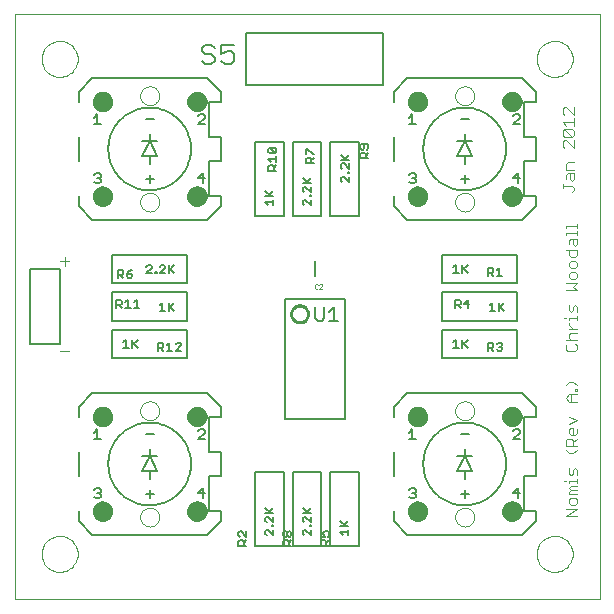
<source format=gto>
G75*
G70*
%OFA0B0*%
%FSLAX24Y24*%
%IPPOS*%
%LPD*%
%AMOC8*
5,1,8,0,0,1.08239X$1,22.5*
%
%ADD10C,0.0000*%
%ADD11C,0.0030*%
%ADD12C,0.0040*%
%ADD13C,0.0080*%
%ADD14C,0.0100*%
%ADD15C,0.0050*%
%ADD16C,0.0010*%
%ADD17C,0.0354*%
%ADD18C,0.0060*%
%ADD19C,0.0070*%
D10*
X000000Y000000D02*
X000000Y019496D01*
X019500Y019496D01*
X019510Y000000D01*
X000000Y000000D01*
X000003Y-000007D02*
X000000Y-000013D01*
X000005Y-000012D02*
X000005Y-000013D01*
X000007Y-000013D01*
X000008Y-000012D01*
X000008Y-000007D01*
X000010Y-000009D02*
X000013Y-000009D01*
X000014Y-000010D02*
X000015Y-000009D01*
X000016Y-000009D01*
X000017Y-000010D01*
X000017Y-000011D01*
X000014Y-000011D01*
X000014Y-000012D02*
X000014Y-000010D01*
X000014Y-000012D02*
X000015Y-000013D01*
X000016Y-000013D01*
X000018Y-000013D02*
X000018Y-000009D01*
X000018Y-000011D02*
X000020Y-000009D01*
X000021Y-000009D01*
X000022Y-000010D02*
X000023Y-000009D01*
X000026Y-000009D01*
X000025Y-000011D02*
X000023Y-000011D01*
X000022Y-000010D01*
X000022Y-000013D02*
X000025Y-000013D01*
X000026Y-000012D01*
X000025Y-000011D01*
X000027Y-000013D02*
X000030Y-000007D01*
X000032Y-000009D02*
X000031Y-000010D01*
X000031Y-000012D01*
X000032Y-000013D01*
X000035Y-000013D01*
X000036Y-000012D02*
X000037Y-000013D01*
X000038Y-000012D01*
X000039Y-000013D01*
X000039Y-000012D01*
X000039Y-000009D01*
X000041Y-000010D02*
X000041Y-000012D01*
X000041Y-000013D01*
X000043Y-000013D01*
X000044Y-000012D01*
X000044Y-000010D01*
X000043Y-000009D01*
X000041Y-000009D01*
X000041Y-000010D01*
X000045Y-000010D02*
X000045Y-000012D01*
X000046Y-000013D01*
X000048Y-000013D01*
X000049Y-000012D01*
X000049Y-000010D01*
X000048Y-000009D01*
X000046Y-000009D01*
X000045Y-000010D01*
X000050Y-000010D02*
X000051Y-000009D01*
X000053Y-000009D01*
X000053Y-000007D02*
X000053Y-000013D01*
X000051Y-000013D01*
X000050Y-000012D01*
X000050Y-000010D01*
X000054Y-000012D02*
X000055Y-000011D01*
X000058Y-000011D01*
X000058Y-000010D02*
X000058Y-000013D01*
X000055Y-000013D01*
X000054Y-000012D01*
X000055Y-000009D02*
X000057Y-000009D01*
X000058Y-000010D01*
X000059Y-000013D02*
X000061Y-000013D01*
X000060Y-000013D02*
X000060Y-000007D01*
X000059Y-000007D01*
X000062Y-000007D02*
X000063Y-000007D01*
X000063Y-000013D01*
X000062Y-000013D02*
X000064Y-000013D01*
X000065Y-000013D02*
X000069Y-000007D01*
X000070Y-000007D02*
X000072Y-000007D01*
X000073Y-000008D01*
X000073Y-000012D01*
X000072Y-000013D01*
X000070Y-000013D01*
X000070Y-000007D01*
X000074Y-000010D02*
X000074Y-000012D01*
X000075Y-000013D01*
X000077Y-000013D01*
X000078Y-000012D01*
X000078Y-000010D01*
X000077Y-000009D01*
X000075Y-000009D01*
X000074Y-000010D01*
X000079Y-000009D02*
X000079Y-000012D01*
X000080Y-000013D01*
X000081Y-000012D01*
X000082Y-000013D01*
X000082Y-000012D01*
X000082Y-000009D01*
X000084Y-000009D02*
X000086Y-000009D01*
X000087Y-000010D01*
X000087Y-000013D01*
X000088Y-000013D02*
X000090Y-000013D01*
X000089Y-000013D02*
X000089Y-000007D01*
X000088Y-000007D01*
X000091Y-000010D02*
X000091Y-000012D01*
X000092Y-000013D01*
X000094Y-000013D01*
X000095Y-000012D01*
X000095Y-000010D01*
X000094Y-000009D01*
X000092Y-000009D01*
X000091Y-000010D01*
X000096Y-000012D02*
X000097Y-000011D01*
X000099Y-000011D01*
X000099Y-000010D02*
X000099Y-000013D01*
X000097Y-000013D01*
X000096Y-000012D01*
X000097Y-000009D02*
X000098Y-000009D01*
X000099Y-000010D01*
X000101Y-000010D02*
X000101Y-000009D01*
X000104Y-000009D01*
X000105Y-000010D02*
X000106Y-000009D01*
X000108Y-000009D01*
X000108Y-000011D02*
X000106Y-000011D01*
X000105Y-000010D01*
X000105Y-000013D02*
X000108Y-000013D01*
X000108Y-000012D01*
X000108Y-000011D01*
X000110Y-000013D02*
X000113Y-000007D01*
X000114Y-000007D02*
X000114Y-000012D01*
X000115Y-000013D01*
X000117Y-000013D01*
X000118Y-000012D01*
X000118Y-000007D01*
X000119Y-000009D02*
X000121Y-000009D01*
X000122Y-000010D01*
X000122Y-000013D01*
X000124Y-000012D02*
X000125Y-000013D01*
X000124Y-000012D02*
X000124Y-000008D01*
X000124Y-000009D02*
X000125Y-000009D01*
X000127Y-000009D02*
X000127Y-000009D01*
X000127Y-000013D01*
X000128Y-000013D01*
X000131Y-000012D02*
X000131Y-000013D01*
X000131Y-000012D02*
X000131Y-000008D01*
X000130Y-000009D02*
X000131Y-000009D01*
X000133Y-000007D02*
X000134Y-000007D01*
X000134Y-000013D01*
X000133Y-000013D01*
X000136Y-000012D02*
X000136Y-000010D01*
X000137Y-000009D01*
X000138Y-000009D01*
X000139Y-000010D01*
X000139Y-000011D01*
X000136Y-000011D01*
X000136Y-000012D02*
X000137Y-000013D01*
X000138Y-000013D01*
X000140Y-000012D02*
X000140Y-000010D01*
X000141Y-000009D01*
X000144Y-000009D01*
X000145Y-000010D02*
X000148Y-000010D01*
X000150Y-000009D02*
X000151Y-000007D01*
X000151Y-000013D01*
X000150Y-000013D02*
X000153Y-000013D01*
X000154Y-000013D02*
X000155Y-000013D01*
X000155Y-000012D01*
X000154Y-000012D01*
X000154Y-000013D01*
X000157Y-000013D02*
X000159Y-000013D01*
X000160Y-000012D01*
X000160Y-000010D01*
X000159Y-000009D01*
X000157Y-000009D01*
X000157Y-000007D02*
X000157Y-000013D01*
X000161Y-000013D02*
X000161Y-000009D01*
X000162Y-000009D01*
X000163Y-000010D01*
X000164Y-000009D01*
X000164Y-000010D01*
X000164Y-000013D01*
X000163Y-000013D02*
X000163Y-000010D01*
X000166Y-000009D02*
X000168Y-000009D01*
X000169Y-000010D01*
X000169Y-000012D01*
X000168Y-000013D01*
X000166Y-000013D01*
X000166Y-000014D02*
X000166Y-000009D01*
X000144Y-000007D02*
X000144Y-000013D01*
X000141Y-000013D01*
X000140Y-000012D01*
X000127Y-000007D02*
X000127Y-000007D01*
X000119Y-000009D02*
X000119Y-000013D01*
X000104Y-000013D02*
X000101Y-000013D01*
X000101Y-000012D01*
X000101Y-000010D01*
X000104Y-000007D02*
X000104Y-000013D01*
X000084Y-000013D02*
X000084Y-000009D01*
X000036Y-000009D02*
X000036Y-000012D01*
X000035Y-000009D02*
X000032Y-000009D01*
X000013Y-000012D02*
X000012Y-000011D01*
X000010Y-000011D01*
X000009Y-000010D01*
X000010Y-000009D01*
X000009Y-000013D02*
X000012Y-000013D01*
X000013Y-000012D01*
X000005Y-000012D02*
X000005Y-000007D01*
X000900Y001500D02*
X000902Y001549D01*
X000908Y001597D01*
X000918Y001645D01*
X000932Y001692D01*
X000949Y001738D01*
X000970Y001782D01*
X000995Y001824D01*
X001023Y001864D01*
X001055Y001902D01*
X001089Y001937D01*
X001126Y001969D01*
X001165Y001998D01*
X001207Y002024D01*
X001251Y002046D01*
X001296Y002064D01*
X001343Y002079D01*
X001390Y002090D01*
X001439Y002097D01*
X001488Y002100D01*
X001537Y002099D01*
X001585Y002094D01*
X001634Y002085D01*
X001681Y002072D01*
X001727Y002055D01*
X001771Y002035D01*
X001814Y002011D01*
X001855Y001984D01*
X001893Y001953D01*
X001929Y001920D01*
X001961Y001884D01*
X001991Y001845D01*
X002018Y001804D01*
X002041Y001760D01*
X002060Y001715D01*
X002076Y001669D01*
X002088Y001622D01*
X002096Y001573D01*
X002100Y001524D01*
X002100Y001476D01*
X002096Y001427D01*
X002088Y001378D01*
X002076Y001331D01*
X002060Y001285D01*
X002041Y001240D01*
X002018Y001196D01*
X001991Y001155D01*
X001961Y001116D01*
X001929Y001080D01*
X001893Y001047D01*
X001855Y001016D01*
X001814Y000989D01*
X001771Y000965D01*
X001727Y000945D01*
X001681Y000928D01*
X001634Y000915D01*
X001585Y000906D01*
X001537Y000901D01*
X001488Y000900D01*
X001439Y000903D01*
X001390Y000910D01*
X001343Y000921D01*
X001296Y000936D01*
X001251Y000954D01*
X001207Y000976D01*
X001165Y001002D01*
X001126Y001031D01*
X001089Y001063D01*
X001055Y001098D01*
X001023Y001136D01*
X000995Y001176D01*
X000970Y001218D01*
X000949Y001262D01*
X000932Y001308D01*
X000918Y001355D01*
X000908Y001403D01*
X000902Y001451D01*
X000900Y001500D01*
X004185Y002728D02*
X004187Y002763D01*
X004193Y002798D01*
X004203Y002832D01*
X004216Y002865D01*
X004233Y002896D01*
X004254Y002924D01*
X004277Y002951D01*
X004304Y002974D01*
X004332Y002995D01*
X004363Y003012D01*
X004396Y003025D01*
X004430Y003035D01*
X004465Y003041D01*
X004500Y003043D01*
X004535Y003041D01*
X004570Y003035D01*
X004604Y003025D01*
X004637Y003012D01*
X004668Y002995D01*
X004696Y002974D01*
X004723Y002951D01*
X004746Y002924D01*
X004767Y002896D01*
X004784Y002865D01*
X004797Y002832D01*
X004807Y002798D01*
X004813Y002763D01*
X004815Y002728D01*
X004813Y002693D01*
X004807Y002658D01*
X004797Y002624D01*
X004784Y002591D01*
X004767Y002560D01*
X004746Y002532D01*
X004723Y002505D01*
X004696Y002482D01*
X004668Y002461D01*
X004637Y002444D01*
X004604Y002431D01*
X004570Y002421D01*
X004535Y002415D01*
X004500Y002413D01*
X004465Y002415D01*
X004430Y002421D01*
X004396Y002431D01*
X004363Y002444D01*
X004332Y002461D01*
X004304Y002482D01*
X004277Y002505D01*
X004254Y002532D01*
X004233Y002560D01*
X004216Y002591D01*
X004203Y002624D01*
X004193Y002658D01*
X004187Y002693D01*
X004185Y002728D01*
X004185Y006272D02*
X004187Y006307D01*
X004193Y006342D01*
X004203Y006376D01*
X004216Y006409D01*
X004233Y006440D01*
X004254Y006468D01*
X004277Y006495D01*
X004304Y006518D01*
X004332Y006539D01*
X004363Y006556D01*
X004396Y006569D01*
X004430Y006579D01*
X004465Y006585D01*
X004500Y006587D01*
X004535Y006585D01*
X004570Y006579D01*
X004604Y006569D01*
X004637Y006556D01*
X004668Y006539D01*
X004696Y006518D01*
X004723Y006495D01*
X004746Y006468D01*
X004767Y006440D01*
X004784Y006409D01*
X004797Y006376D01*
X004807Y006342D01*
X004813Y006307D01*
X004815Y006272D01*
X004813Y006237D01*
X004807Y006202D01*
X004797Y006168D01*
X004784Y006135D01*
X004767Y006104D01*
X004746Y006076D01*
X004723Y006049D01*
X004696Y006026D01*
X004668Y006005D01*
X004637Y005988D01*
X004604Y005975D01*
X004570Y005965D01*
X004535Y005959D01*
X004500Y005957D01*
X004465Y005959D01*
X004430Y005965D01*
X004396Y005975D01*
X004363Y005988D01*
X004332Y006005D01*
X004304Y006026D01*
X004277Y006049D01*
X004254Y006076D01*
X004233Y006104D01*
X004216Y006135D01*
X004203Y006168D01*
X004193Y006202D01*
X004187Y006237D01*
X004185Y006272D01*
X004185Y013228D02*
X004187Y013263D01*
X004193Y013298D01*
X004203Y013332D01*
X004216Y013365D01*
X004233Y013396D01*
X004254Y013424D01*
X004277Y013451D01*
X004304Y013474D01*
X004332Y013495D01*
X004363Y013512D01*
X004396Y013525D01*
X004430Y013535D01*
X004465Y013541D01*
X004500Y013543D01*
X004535Y013541D01*
X004570Y013535D01*
X004604Y013525D01*
X004637Y013512D01*
X004668Y013495D01*
X004696Y013474D01*
X004723Y013451D01*
X004746Y013424D01*
X004767Y013396D01*
X004784Y013365D01*
X004797Y013332D01*
X004807Y013298D01*
X004813Y013263D01*
X004815Y013228D01*
X004813Y013193D01*
X004807Y013158D01*
X004797Y013124D01*
X004784Y013091D01*
X004767Y013060D01*
X004746Y013032D01*
X004723Y013005D01*
X004696Y012982D01*
X004668Y012961D01*
X004637Y012944D01*
X004604Y012931D01*
X004570Y012921D01*
X004535Y012915D01*
X004500Y012913D01*
X004465Y012915D01*
X004430Y012921D01*
X004396Y012931D01*
X004363Y012944D01*
X004332Y012961D01*
X004304Y012982D01*
X004277Y013005D01*
X004254Y013032D01*
X004233Y013060D01*
X004216Y013091D01*
X004203Y013124D01*
X004193Y013158D01*
X004187Y013193D01*
X004185Y013228D01*
X004185Y016772D02*
X004187Y016807D01*
X004193Y016842D01*
X004203Y016876D01*
X004216Y016909D01*
X004233Y016940D01*
X004254Y016968D01*
X004277Y016995D01*
X004304Y017018D01*
X004332Y017039D01*
X004363Y017056D01*
X004396Y017069D01*
X004430Y017079D01*
X004465Y017085D01*
X004500Y017087D01*
X004535Y017085D01*
X004570Y017079D01*
X004604Y017069D01*
X004637Y017056D01*
X004668Y017039D01*
X004696Y017018D01*
X004723Y016995D01*
X004746Y016968D01*
X004767Y016940D01*
X004784Y016909D01*
X004797Y016876D01*
X004807Y016842D01*
X004813Y016807D01*
X004815Y016772D01*
X004813Y016737D01*
X004807Y016702D01*
X004797Y016668D01*
X004784Y016635D01*
X004767Y016604D01*
X004746Y016576D01*
X004723Y016549D01*
X004696Y016526D01*
X004668Y016505D01*
X004637Y016488D01*
X004604Y016475D01*
X004570Y016465D01*
X004535Y016459D01*
X004500Y016457D01*
X004465Y016459D01*
X004430Y016465D01*
X004396Y016475D01*
X004363Y016488D01*
X004332Y016505D01*
X004304Y016526D01*
X004277Y016549D01*
X004254Y016576D01*
X004233Y016604D01*
X004216Y016635D01*
X004203Y016668D01*
X004193Y016702D01*
X004187Y016737D01*
X004185Y016772D01*
X000900Y018000D02*
X000902Y018049D01*
X000908Y018097D01*
X000918Y018145D01*
X000932Y018192D01*
X000949Y018238D01*
X000970Y018282D01*
X000995Y018324D01*
X001023Y018364D01*
X001055Y018402D01*
X001089Y018437D01*
X001126Y018469D01*
X001165Y018498D01*
X001207Y018524D01*
X001251Y018546D01*
X001296Y018564D01*
X001343Y018579D01*
X001390Y018590D01*
X001439Y018597D01*
X001488Y018600D01*
X001537Y018599D01*
X001585Y018594D01*
X001634Y018585D01*
X001681Y018572D01*
X001727Y018555D01*
X001771Y018535D01*
X001814Y018511D01*
X001855Y018484D01*
X001893Y018453D01*
X001929Y018420D01*
X001961Y018384D01*
X001991Y018345D01*
X002018Y018304D01*
X002041Y018260D01*
X002060Y018215D01*
X002076Y018169D01*
X002088Y018122D01*
X002096Y018073D01*
X002100Y018024D01*
X002100Y017976D01*
X002096Y017927D01*
X002088Y017878D01*
X002076Y017831D01*
X002060Y017785D01*
X002041Y017740D01*
X002018Y017696D01*
X001991Y017655D01*
X001961Y017616D01*
X001929Y017580D01*
X001893Y017547D01*
X001855Y017516D01*
X001814Y017489D01*
X001771Y017465D01*
X001727Y017445D01*
X001681Y017428D01*
X001634Y017415D01*
X001585Y017406D01*
X001537Y017401D01*
X001488Y017400D01*
X001439Y017403D01*
X001390Y017410D01*
X001343Y017421D01*
X001296Y017436D01*
X001251Y017454D01*
X001207Y017476D01*
X001165Y017502D01*
X001126Y017531D01*
X001089Y017563D01*
X001055Y017598D01*
X001023Y017636D01*
X000995Y017676D01*
X000970Y017718D01*
X000949Y017762D01*
X000932Y017808D01*
X000918Y017855D01*
X000908Y017903D01*
X000902Y017951D01*
X000900Y018000D01*
X014685Y016772D02*
X014687Y016807D01*
X014693Y016842D01*
X014703Y016876D01*
X014716Y016909D01*
X014733Y016940D01*
X014754Y016968D01*
X014777Y016995D01*
X014804Y017018D01*
X014832Y017039D01*
X014863Y017056D01*
X014896Y017069D01*
X014930Y017079D01*
X014965Y017085D01*
X015000Y017087D01*
X015035Y017085D01*
X015070Y017079D01*
X015104Y017069D01*
X015137Y017056D01*
X015168Y017039D01*
X015196Y017018D01*
X015223Y016995D01*
X015246Y016968D01*
X015267Y016940D01*
X015284Y016909D01*
X015297Y016876D01*
X015307Y016842D01*
X015313Y016807D01*
X015315Y016772D01*
X015313Y016737D01*
X015307Y016702D01*
X015297Y016668D01*
X015284Y016635D01*
X015267Y016604D01*
X015246Y016576D01*
X015223Y016549D01*
X015196Y016526D01*
X015168Y016505D01*
X015137Y016488D01*
X015104Y016475D01*
X015070Y016465D01*
X015035Y016459D01*
X015000Y016457D01*
X014965Y016459D01*
X014930Y016465D01*
X014896Y016475D01*
X014863Y016488D01*
X014832Y016505D01*
X014804Y016526D01*
X014777Y016549D01*
X014754Y016576D01*
X014733Y016604D01*
X014716Y016635D01*
X014703Y016668D01*
X014693Y016702D01*
X014687Y016737D01*
X014685Y016772D01*
X017400Y018000D02*
X017402Y018049D01*
X017408Y018097D01*
X017418Y018145D01*
X017432Y018192D01*
X017449Y018238D01*
X017470Y018282D01*
X017495Y018324D01*
X017523Y018364D01*
X017555Y018402D01*
X017589Y018437D01*
X017626Y018469D01*
X017665Y018498D01*
X017707Y018524D01*
X017751Y018546D01*
X017796Y018564D01*
X017843Y018579D01*
X017890Y018590D01*
X017939Y018597D01*
X017988Y018600D01*
X018037Y018599D01*
X018085Y018594D01*
X018134Y018585D01*
X018181Y018572D01*
X018227Y018555D01*
X018271Y018535D01*
X018314Y018511D01*
X018355Y018484D01*
X018393Y018453D01*
X018429Y018420D01*
X018461Y018384D01*
X018491Y018345D01*
X018518Y018304D01*
X018541Y018260D01*
X018560Y018215D01*
X018576Y018169D01*
X018588Y018122D01*
X018596Y018073D01*
X018600Y018024D01*
X018600Y017976D01*
X018596Y017927D01*
X018588Y017878D01*
X018576Y017831D01*
X018560Y017785D01*
X018541Y017740D01*
X018518Y017696D01*
X018491Y017655D01*
X018461Y017616D01*
X018429Y017580D01*
X018393Y017547D01*
X018355Y017516D01*
X018314Y017489D01*
X018271Y017465D01*
X018227Y017445D01*
X018181Y017428D01*
X018134Y017415D01*
X018085Y017406D01*
X018037Y017401D01*
X017988Y017400D01*
X017939Y017403D01*
X017890Y017410D01*
X017843Y017421D01*
X017796Y017436D01*
X017751Y017454D01*
X017707Y017476D01*
X017665Y017502D01*
X017626Y017531D01*
X017589Y017563D01*
X017555Y017598D01*
X017523Y017636D01*
X017495Y017676D01*
X017470Y017718D01*
X017449Y017762D01*
X017432Y017808D01*
X017418Y017855D01*
X017408Y017903D01*
X017402Y017951D01*
X017400Y018000D01*
X014685Y013228D02*
X014687Y013263D01*
X014693Y013298D01*
X014703Y013332D01*
X014716Y013365D01*
X014733Y013396D01*
X014754Y013424D01*
X014777Y013451D01*
X014804Y013474D01*
X014832Y013495D01*
X014863Y013512D01*
X014896Y013525D01*
X014930Y013535D01*
X014965Y013541D01*
X015000Y013543D01*
X015035Y013541D01*
X015070Y013535D01*
X015104Y013525D01*
X015137Y013512D01*
X015168Y013495D01*
X015196Y013474D01*
X015223Y013451D01*
X015246Y013424D01*
X015267Y013396D01*
X015284Y013365D01*
X015297Y013332D01*
X015307Y013298D01*
X015313Y013263D01*
X015315Y013228D01*
X015313Y013193D01*
X015307Y013158D01*
X015297Y013124D01*
X015284Y013091D01*
X015267Y013060D01*
X015246Y013032D01*
X015223Y013005D01*
X015196Y012982D01*
X015168Y012961D01*
X015137Y012944D01*
X015104Y012931D01*
X015070Y012921D01*
X015035Y012915D01*
X015000Y012913D01*
X014965Y012915D01*
X014930Y012921D01*
X014896Y012931D01*
X014863Y012944D01*
X014832Y012961D01*
X014804Y012982D01*
X014777Y013005D01*
X014754Y013032D01*
X014733Y013060D01*
X014716Y013091D01*
X014703Y013124D01*
X014693Y013158D01*
X014687Y013193D01*
X014685Y013228D01*
X014685Y006272D02*
X014687Y006307D01*
X014693Y006342D01*
X014703Y006376D01*
X014716Y006409D01*
X014733Y006440D01*
X014754Y006468D01*
X014777Y006495D01*
X014804Y006518D01*
X014832Y006539D01*
X014863Y006556D01*
X014896Y006569D01*
X014930Y006579D01*
X014965Y006585D01*
X015000Y006587D01*
X015035Y006585D01*
X015070Y006579D01*
X015104Y006569D01*
X015137Y006556D01*
X015168Y006539D01*
X015196Y006518D01*
X015223Y006495D01*
X015246Y006468D01*
X015267Y006440D01*
X015284Y006409D01*
X015297Y006376D01*
X015307Y006342D01*
X015313Y006307D01*
X015315Y006272D01*
X015313Y006237D01*
X015307Y006202D01*
X015297Y006168D01*
X015284Y006135D01*
X015267Y006104D01*
X015246Y006076D01*
X015223Y006049D01*
X015196Y006026D01*
X015168Y006005D01*
X015137Y005988D01*
X015104Y005975D01*
X015070Y005965D01*
X015035Y005959D01*
X015000Y005957D01*
X014965Y005959D01*
X014930Y005965D01*
X014896Y005975D01*
X014863Y005988D01*
X014832Y006005D01*
X014804Y006026D01*
X014777Y006049D01*
X014754Y006076D01*
X014733Y006104D01*
X014716Y006135D01*
X014703Y006168D01*
X014693Y006202D01*
X014687Y006237D01*
X014685Y006272D01*
X014685Y002728D02*
X014687Y002763D01*
X014693Y002798D01*
X014703Y002832D01*
X014716Y002865D01*
X014733Y002896D01*
X014754Y002924D01*
X014777Y002951D01*
X014804Y002974D01*
X014832Y002995D01*
X014863Y003012D01*
X014896Y003025D01*
X014930Y003035D01*
X014965Y003041D01*
X015000Y003043D01*
X015035Y003041D01*
X015070Y003035D01*
X015104Y003025D01*
X015137Y003012D01*
X015168Y002995D01*
X015196Y002974D01*
X015223Y002951D01*
X015246Y002924D01*
X015267Y002896D01*
X015284Y002865D01*
X015297Y002832D01*
X015307Y002798D01*
X015313Y002763D01*
X015315Y002728D01*
X015313Y002693D01*
X015307Y002658D01*
X015297Y002624D01*
X015284Y002591D01*
X015267Y002560D01*
X015246Y002532D01*
X015223Y002505D01*
X015196Y002482D01*
X015168Y002461D01*
X015137Y002444D01*
X015104Y002431D01*
X015070Y002421D01*
X015035Y002415D01*
X015000Y002413D01*
X014965Y002415D01*
X014930Y002421D01*
X014896Y002431D01*
X014863Y002444D01*
X014832Y002461D01*
X014804Y002482D01*
X014777Y002505D01*
X014754Y002532D01*
X014733Y002560D01*
X014716Y002591D01*
X014703Y002624D01*
X014693Y002658D01*
X014687Y002693D01*
X014685Y002728D01*
X017400Y001500D02*
X017402Y001549D01*
X017408Y001597D01*
X017418Y001645D01*
X017432Y001692D01*
X017449Y001738D01*
X017470Y001782D01*
X017495Y001824D01*
X017523Y001864D01*
X017555Y001902D01*
X017589Y001937D01*
X017626Y001969D01*
X017665Y001998D01*
X017707Y002024D01*
X017751Y002046D01*
X017796Y002064D01*
X017843Y002079D01*
X017890Y002090D01*
X017939Y002097D01*
X017988Y002100D01*
X018037Y002099D01*
X018085Y002094D01*
X018134Y002085D01*
X018181Y002072D01*
X018227Y002055D01*
X018271Y002035D01*
X018314Y002011D01*
X018355Y001984D01*
X018393Y001953D01*
X018429Y001920D01*
X018461Y001884D01*
X018491Y001845D01*
X018518Y001804D01*
X018541Y001760D01*
X018560Y001715D01*
X018576Y001669D01*
X018588Y001622D01*
X018596Y001573D01*
X018600Y001524D01*
X018600Y001476D01*
X018596Y001427D01*
X018588Y001378D01*
X018576Y001331D01*
X018560Y001285D01*
X018541Y001240D01*
X018518Y001196D01*
X018491Y001155D01*
X018461Y001116D01*
X018429Y001080D01*
X018393Y001047D01*
X018355Y001016D01*
X018314Y000989D01*
X018271Y000965D01*
X018227Y000945D01*
X018181Y000928D01*
X018134Y000915D01*
X018085Y000906D01*
X018037Y000901D01*
X017988Y000900D01*
X017939Y000903D01*
X017890Y000910D01*
X017843Y000921D01*
X017796Y000936D01*
X017751Y000954D01*
X017707Y000976D01*
X017665Y001002D01*
X017626Y001031D01*
X017589Y001063D01*
X017555Y001098D01*
X017523Y001136D01*
X017495Y001176D01*
X017470Y001218D01*
X017449Y001262D01*
X017432Y001308D01*
X017418Y001355D01*
X017408Y001403D01*
X017402Y001451D01*
X017400Y001500D01*
D11*
X018365Y002765D02*
X018735Y003012D01*
X018365Y003012D01*
X018488Y003195D02*
X018550Y003133D01*
X018673Y003133D01*
X018735Y003195D01*
X018735Y003318D01*
X018673Y003380D01*
X018550Y003380D01*
X018488Y003318D01*
X018488Y003195D01*
X018488Y003502D02*
X018488Y003563D01*
X018550Y003625D01*
X018488Y003687D01*
X018550Y003749D01*
X018735Y003749D01*
X018735Y003870D02*
X018735Y003993D01*
X018735Y003932D02*
X018488Y003932D01*
X018488Y003870D01*
X018365Y003932D02*
X018303Y003932D01*
X018488Y004177D02*
X018488Y004362D01*
X018612Y004301D02*
X018612Y004177D01*
X018550Y004115D01*
X018488Y004177D01*
X018612Y004301D02*
X018673Y004362D01*
X018735Y004301D01*
X018735Y004115D01*
X018735Y003625D02*
X018550Y003625D01*
X018488Y003502D02*
X018735Y003502D01*
X018735Y002765D02*
X018365Y002765D01*
X018488Y004852D02*
X018365Y004976D01*
X018365Y005098D02*
X018365Y005283D01*
X018426Y005345D01*
X018550Y005345D01*
X018612Y005283D01*
X018612Y005098D01*
X018735Y005098D02*
X018365Y005098D01*
X018612Y005221D02*
X018735Y005345D01*
X018673Y005466D02*
X018550Y005466D01*
X018488Y005528D01*
X018488Y005651D01*
X018550Y005713D01*
X018612Y005713D01*
X018612Y005466D01*
X018673Y005466D02*
X018735Y005528D01*
X018735Y005651D01*
X018488Y005834D02*
X018735Y005958D01*
X018488Y006081D01*
X018488Y006571D02*
X018365Y006694D01*
X018488Y006818D01*
X018735Y006818D01*
X018735Y006939D02*
X018735Y007001D01*
X018673Y007001D01*
X018673Y006939D01*
X018735Y006939D01*
X018735Y007123D02*
X018612Y007247D01*
X018488Y007247D01*
X018365Y007123D01*
X018550Y006818D02*
X018550Y006571D01*
X018488Y006571D02*
X018735Y006571D01*
X018735Y004976D02*
X018612Y004852D01*
X018488Y004852D01*
X018426Y008265D02*
X018365Y008327D01*
X018365Y008450D01*
X018426Y008512D01*
X018365Y008633D02*
X018735Y008633D01*
X018673Y008512D02*
X018735Y008450D01*
X018735Y008327D01*
X018673Y008265D01*
X018426Y008265D01*
X018550Y008633D02*
X018488Y008695D01*
X018488Y008818D01*
X018550Y008880D01*
X018735Y008880D01*
X018735Y009002D02*
X018488Y009002D01*
X018488Y009125D02*
X018612Y009002D01*
X018488Y009125D02*
X018488Y009187D01*
X018488Y009309D02*
X018488Y009370D01*
X018735Y009370D01*
X018735Y009309D02*
X018735Y009432D01*
X018735Y009554D02*
X018735Y009739D01*
X018673Y009801D01*
X018612Y009739D01*
X018612Y009616D01*
X018550Y009554D01*
X018488Y009616D01*
X018488Y009801D01*
X018365Y009370D02*
X018303Y009370D01*
X018365Y010291D02*
X018735Y010291D01*
X018612Y010414D01*
X018735Y010538D01*
X018365Y010538D01*
X018488Y010721D02*
X018550Y010659D01*
X018673Y010659D01*
X018735Y010721D01*
X018735Y010844D01*
X018673Y010906D01*
X018550Y010906D01*
X018488Y010844D01*
X018488Y010721D01*
X018550Y011027D02*
X018673Y011027D01*
X018735Y011089D01*
X018735Y011213D01*
X018673Y011274D01*
X018550Y011274D01*
X018488Y011213D01*
X018488Y011089D01*
X018550Y011027D01*
X018550Y011396D02*
X018488Y011457D01*
X018488Y011643D01*
X018365Y011643D02*
X018735Y011643D01*
X018735Y011457D01*
X018673Y011396D01*
X018550Y011396D01*
X018673Y011764D02*
X018612Y011826D01*
X018612Y012011D01*
X018550Y012011D02*
X018735Y012011D01*
X018735Y011826D01*
X018673Y011764D01*
X018488Y011826D02*
X018488Y011949D01*
X018550Y012011D01*
X018735Y012132D02*
X018735Y012256D01*
X018735Y012194D02*
X018365Y012194D01*
X018365Y012132D01*
X018365Y012378D02*
X018365Y012440D01*
X018735Y012440D01*
X018735Y012501D02*
X018735Y012378D01*
X018573Y013568D02*
X018635Y013630D01*
X018635Y013692D01*
X018573Y013754D01*
X018265Y013754D01*
X018265Y013815D02*
X018265Y013692D01*
X018388Y013999D02*
X018388Y014122D01*
X018450Y014184D01*
X018635Y014184D01*
X018635Y013999D01*
X018573Y013937D01*
X018512Y013999D01*
X018512Y014184D01*
X018635Y014305D02*
X018388Y014305D01*
X018388Y014490D01*
X018450Y014552D01*
X018635Y014552D01*
X018635Y015042D02*
X018388Y015289D01*
X018326Y015289D01*
X018265Y015227D01*
X018265Y015103D01*
X018326Y015042D01*
X018326Y015410D02*
X018265Y015472D01*
X018265Y015595D01*
X018326Y015657D01*
X018573Y015410D01*
X018635Y015472D01*
X018635Y015595D01*
X018573Y015657D01*
X018326Y015657D01*
X018388Y015778D02*
X018265Y015902D01*
X018635Y015902D01*
X018635Y016025D02*
X018635Y015778D01*
X018635Y016147D02*
X018388Y016394D01*
X018326Y016394D01*
X018265Y016332D01*
X018265Y016208D01*
X018326Y016147D01*
X018635Y016147D02*
X018635Y016394D01*
X018573Y015410D02*
X018326Y015410D01*
X018635Y015289D02*
X018635Y015042D01*
D12*
X001827Y011250D02*
X001520Y011250D01*
X001673Y011097D02*
X001673Y011404D01*
X001520Y008250D02*
X001827Y008250D01*
D13*
X003260Y008028D02*
X005740Y008028D01*
X005740Y008972D01*
X003260Y008972D01*
X003260Y008028D01*
X002591Y006862D02*
X002138Y006409D01*
X002138Y006075D01*
X002591Y006862D02*
X006409Y006862D01*
X006862Y006409D01*
X006862Y006075D01*
X006469Y006075D01*
X006469Y004894D01*
X006862Y004894D01*
X006862Y004106D01*
X006469Y004106D01*
X006469Y002925D01*
X006862Y002925D01*
X006862Y002591D01*
X006409Y002138D01*
X002591Y002138D01*
X002138Y002591D01*
X002138Y002925D01*
X002138Y004106D02*
X002138Y004894D01*
X004365Y005500D02*
X004645Y005500D01*
X003122Y004500D02*
X003124Y004574D01*
X003130Y004648D01*
X003140Y004721D01*
X003154Y004794D01*
X003171Y004866D01*
X003193Y004936D01*
X003218Y005006D01*
X003247Y005074D01*
X003280Y005140D01*
X003316Y005205D01*
X003356Y005267D01*
X003398Y005328D01*
X003444Y005386D01*
X003493Y005441D01*
X003545Y005494D01*
X003600Y005544D01*
X003657Y005590D01*
X003717Y005634D01*
X003779Y005674D01*
X003843Y005711D01*
X003909Y005745D01*
X003977Y005775D01*
X004046Y005801D01*
X004117Y005824D01*
X004188Y005842D01*
X004261Y005857D01*
X004334Y005868D01*
X004408Y005875D01*
X004482Y005878D01*
X004555Y005877D01*
X004629Y005872D01*
X004703Y005863D01*
X004776Y005850D01*
X004848Y005833D01*
X004919Y005813D01*
X004989Y005788D01*
X005057Y005760D01*
X005124Y005729D01*
X005189Y005693D01*
X005252Y005655D01*
X005313Y005613D01*
X005372Y005567D01*
X005428Y005519D01*
X005481Y005468D01*
X005531Y005414D01*
X005579Y005357D01*
X005623Y005298D01*
X005665Y005236D01*
X005703Y005173D01*
X005737Y005107D01*
X005768Y005040D01*
X005795Y004971D01*
X005818Y004901D01*
X005838Y004830D01*
X005854Y004757D01*
X005866Y004684D01*
X005874Y004611D01*
X005878Y004537D01*
X005878Y004463D01*
X005874Y004389D01*
X005866Y004316D01*
X005854Y004243D01*
X005838Y004170D01*
X005818Y004099D01*
X005795Y004029D01*
X005768Y003960D01*
X005737Y003893D01*
X005703Y003827D01*
X005665Y003764D01*
X005623Y003702D01*
X005579Y003643D01*
X005531Y003586D01*
X005481Y003532D01*
X005428Y003481D01*
X005372Y003433D01*
X005313Y003387D01*
X005252Y003345D01*
X005189Y003307D01*
X005124Y003271D01*
X005057Y003240D01*
X004989Y003212D01*
X004919Y003187D01*
X004848Y003167D01*
X004776Y003150D01*
X004703Y003137D01*
X004629Y003128D01*
X004555Y003123D01*
X004482Y003122D01*
X004408Y003125D01*
X004334Y003132D01*
X004261Y003143D01*
X004188Y003158D01*
X004117Y003176D01*
X004046Y003199D01*
X003977Y003225D01*
X003909Y003255D01*
X003843Y003289D01*
X003779Y003326D01*
X003717Y003366D01*
X003657Y003410D01*
X003600Y003456D01*
X003545Y003506D01*
X003493Y003559D01*
X003444Y003614D01*
X003398Y003672D01*
X003356Y003733D01*
X003316Y003795D01*
X003280Y003860D01*
X003247Y003926D01*
X003218Y003994D01*
X003193Y004064D01*
X003171Y004134D01*
X003154Y004206D01*
X003140Y004279D01*
X003130Y004352D01*
X003124Y004426D01*
X003122Y004500D01*
X004365Y003500D02*
X004645Y003500D01*
X004505Y003640D02*
X004505Y003360D01*
X008028Y004240D02*
X008028Y001760D01*
X008972Y001760D01*
X008972Y004240D01*
X008028Y004240D01*
X009278Y004240D02*
X010222Y004240D01*
X010222Y001760D01*
X009278Y001760D01*
X009278Y004240D01*
X010528Y004240D02*
X011472Y004240D01*
X011472Y001760D01*
X010528Y001760D01*
X010528Y004240D01*
X011000Y006000D02*
X009000Y006000D01*
X009000Y010000D01*
X009400Y010000D01*
X009600Y010000D01*
X009400Y010000D02*
X011000Y010000D01*
X011000Y006000D01*
X012638Y006075D02*
X012638Y006409D01*
X013091Y006862D01*
X016909Y006862D01*
X017362Y006409D01*
X017362Y006075D01*
X016969Y006075D01*
X016969Y004894D01*
X017362Y004894D01*
X017362Y004106D01*
X016969Y004106D01*
X016969Y002925D01*
X017362Y002925D01*
X017362Y002591D01*
X016909Y002138D01*
X013091Y002138D01*
X012638Y002591D01*
X012638Y002925D01*
X012638Y004106D02*
X012638Y004894D01*
X014865Y005500D02*
X015145Y005500D01*
X013622Y004500D02*
X013624Y004574D01*
X013630Y004648D01*
X013640Y004721D01*
X013654Y004794D01*
X013671Y004866D01*
X013693Y004936D01*
X013718Y005006D01*
X013747Y005074D01*
X013780Y005140D01*
X013816Y005205D01*
X013856Y005267D01*
X013898Y005328D01*
X013944Y005386D01*
X013993Y005441D01*
X014045Y005494D01*
X014100Y005544D01*
X014157Y005590D01*
X014217Y005634D01*
X014279Y005674D01*
X014343Y005711D01*
X014409Y005745D01*
X014477Y005775D01*
X014546Y005801D01*
X014617Y005824D01*
X014688Y005842D01*
X014761Y005857D01*
X014834Y005868D01*
X014908Y005875D01*
X014982Y005878D01*
X015055Y005877D01*
X015129Y005872D01*
X015203Y005863D01*
X015276Y005850D01*
X015348Y005833D01*
X015419Y005813D01*
X015489Y005788D01*
X015557Y005760D01*
X015624Y005729D01*
X015689Y005693D01*
X015752Y005655D01*
X015813Y005613D01*
X015872Y005567D01*
X015928Y005519D01*
X015981Y005468D01*
X016031Y005414D01*
X016079Y005357D01*
X016123Y005298D01*
X016165Y005236D01*
X016203Y005173D01*
X016237Y005107D01*
X016268Y005040D01*
X016295Y004971D01*
X016318Y004901D01*
X016338Y004830D01*
X016354Y004757D01*
X016366Y004684D01*
X016374Y004611D01*
X016378Y004537D01*
X016378Y004463D01*
X016374Y004389D01*
X016366Y004316D01*
X016354Y004243D01*
X016338Y004170D01*
X016318Y004099D01*
X016295Y004029D01*
X016268Y003960D01*
X016237Y003893D01*
X016203Y003827D01*
X016165Y003764D01*
X016123Y003702D01*
X016079Y003643D01*
X016031Y003586D01*
X015981Y003532D01*
X015928Y003481D01*
X015872Y003433D01*
X015813Y003387D01*
X015752Y003345D01*
X015689Y003307D01*
X015624Y003271D01*
X015557Y003240D01*
X015489Y003212D01*
X015419Y003187D01*
X015348Y003167D01*
X015276Y003150D01*
X015203Y003137D01*
X015129Y003128D01*
X015055Y003123D01*
X014982Y003122D01*
X014908Y003125D01*
X014834Y003132D01*
X014761Y003143D01*
X014688Y003158D01*
X014617Y003176D01*
X014546Y003199D01*
X014477Y003225D01*
X014409Y003255D01*
X014343Y003289D01*
X014279Y003326D01*
X014217Y003366D01*
X014157Y003410D01*
X014100Y003456D01*
X014045Y003506D01*
X013993Y003559D01*
X013944Y003614D01*
X013898Y003672D01*
X013856Y003733D01*
X013816Y003795D01*
X013780Y003860D01*
X013747Y003926D01*
X013718Y003994D01*
X013693Y004064D01*
X013671Y004134D01*
X013654Y004206D01*
X013640Y004279D01*
X013630Y004352D01*
X013624Y004426D01*
X013622Y004500D01*
X014865Y003500D02*
X015145Y003500D01*
X015005Y003640D02*
X015005Y003360D01*
X014260Y008028D02*
X016740Y008028D01*
X016740Y008972D01*
X014260Y008972D01*
X014260Y008028D01*
X014260Y009278D02*
X014260Y010222D01*
X016740Y010222D01*
X016740Y009278D01*
X014260Y009278D01*
X014260Y010528D02*
X016740Y010528D01*
X016740Y011472D01*
X014260Y011472D01*
X014260Y010528D01*
X013091Y012638D02*
X012638Y013091D01*
X012638Y013425D01*
X013091Y012638D02*
X016909Y012638D01*
X017362Y013091D01*
X017362Y013425D01*
X016969Y013425D01*
X016969Y014606D01*
X017362Y014606D01*
X017362Y015394D01*
X016969Y015394D01*
X016969Y016575D01*
X017362Y016575D01*
X017362Y016909D01*
X016909Y017362D01*
X013091Y017362D01*
X012638Y016909D01*
X012638Y016575D01*
X012289Y017144D02*
X012289Y018856D01*
X007711Y018856D01*
X007711Y017144D01*
X012289Y017144D01*
X012638Y015394D02*
X012638Y014606D01*
X011472Y015240D02*
X011472Y012760D01*
X010528Y012760D01*
X010528Y015240D01*
X011472Y015240D01*
X010222Y015240D02*
X010222Y012760D01*
X009278Y012760D01*
X009278Y015240D01*
X010222Y015240D01*
X008972Y015240D02*
X008972Y012760D01*
X008028Y012760D01*
X008028Y015240D01*
X008972Y015240D01*
X006862Y015394D02*
X006862Y014606D01*
X006469Y014606D01*
X006469Y013425D01*
X006862Y013425D01*
X006862Y013091D01*
X006409Y012638D01*
X002591Y012638D01*
X002138Y013091D01*
X002138Y013425D01*
X002138Y014606D02*
X002138Y015394D01*
X002138Y016575D02*
X002138Y016909D01*
X002591Y017362D01*
X006409Y017362D01*
X006862Y016909D01*
X006862Y016575D01*
X006469Y016575D01*
X006469Y015394D01*
X006862Y015394D01*
X004645Y016000D02*
X004365Y016000D01*
X003122Y015000D02*
X003124Y015074D01*
X003130Y015148D01*
X003140Y015221D01*
X003154Y015294D01*
X003171Y015366D01*
X003193Y015436D01*
X003218Y015506D01*
X003247Y015574D01*
X003280Y015640D01*
X003316Y015705D01*
X003356Y015767D01*
X003398Y015828D01*
X003444Y015886D01*
X003493Y015941D01*
X003545Y015994D01*
X003600Y016044D01*
X003657Y016090D01*
X003717Y016134D01*
X003779Y016174D01*
X003843Y016211D01*
X003909Y016245D01*
X003977Y016275D01*
X004046Y016301D01*
X004117Y016324D01*
X004188Y016342D01*
X004261Y016357D01*
X004334Y016368D01*
X004408Y016375D01*
X004482Y016378D01*
X004555Y016377D01*
X004629Y016372D01*
X004703Y016363D01*
X004776Y016350D01*
X004848Y016333D01*
X004919Y016313D01*
X004989Y016288D01*
X005057Y016260D01*
X005124Y016229D01*
X005189Y016193D01*
X005252Y016155D01*
X005313Y016113D01*
X005372Y016067D01*
X005428Y016019D01*
X005481Y015968D01*
X005531Y015914D01*
X005579Y015857D01*
X005623Y015798D01*
X005665Y015736D01*
X005703Y015673D01*
X005737Y015607D01*
X005768Y015540D01*
X005795Y015471D01*
X005818Y015401D01*
X005838Y015330D01*
X005854Y015257D01*
X005866Y015184D01*
X005874Y015111D01*
X005878Y015037D01*
X005878Y014963D01*
X005874Y014889D01*
X005866Y014816D01*
X005854Y014743D01*
X005838Y014670D01*
X005818Y014599D01*
X005795Y014529D01*
X005768Y014460D01*
X005737Y014393D01*
X005703Y014327D01*
X005665Y014264D01*
X005623Y014202D01*
X005579Y014143D01*
X005531Y014086D01*
X005481Y014032D01*
X005428Y013981D01*
X005372Y013933D01*
X005313Y013887D01*
X005252Y013845D01*
X005189Y013807D01*
X005124Y013771D01*
X005057Y013740D01*
X004989Y013712D01*
X004919Y013687D01*
X004848Y013667D01*
X004776Y013650D01*
X004703Y013637D01*
X004629Y013628D01*
X004555Y013623D01*
X004482Y013622D01*
X004408Y013625D01*
X004334Y013632D01*
X004261Y013643D01*
X004188Y013658D01*
X004117Y013676D01*
X004046Y013699D01*
X003977Y013725D01*
X003909Y013755D01*
X003843Y013789D01*
X003779Y013826D01*
X003717Y013866D01*
X003657Y013910D01*
X003600Y013956D01*
X003545Y014006D01*
X003493Y014059D01*
X003444Y014114D01*
X003398Y014172D01*
X003356Y014233D01*
X003316Y014295D01*
X003280Y014360D01*
X003247Y014426D01*
X003218Y014494D01*
X003193Y014564D01*
X003171Y014634D01*
X003154Y014706D01*
X003140Y014779D01*
X003130Y014852D01*
X003124Y014926D01*
X003122Y015000D01*
X004365Y014000D02*
X004645Y014000D01*
X004505Y014140D02*
X004505Y013860D01*
X005740Y011472D02*
X003260Y011472D01*
X003260Y010528D01*
X005740Y010528D01*
X005740Y011472D01*
X005740Y010222D02*
X003260Y010222D01*
X003260Y009278D01*
X005740Y009278D01*
X005740Y010222D01*
X010000Y010750D02*
X010000Y011250D01*
X014865Y014000D02*
X015145Y014000D01*
X015005Y014140D02*
X015005Y013860D01*
X013622Y015000D02*
X013624Y015074D01*
X013630Y015148D01*
X013640Y015221D01*
X013654Y015294D01*
X013671Y015366D01*
X013693Y015436D01*
X013718Y015506D01*
X013747Y015574D01*
X013780Y015640D01*
X013816Y015705D01*
X013856Y015767D01*
X013898Y015828D01*
X013944Y015886D01*
X013993Y015941D01*
X014045Y015994D01*
X014100Y016044D01*
X014157Y016090D01*
X014217Y016134D01*
X014279Y016174D01*
X014343Y016211D01*
X014409Y016245D01*
X014477Y016275D01*
X014546Y016301D01*
X014617Y016324D01*
X014688Y016342D01*
X014761Y016357D01*
X014834Y016368D01*
X014908Y016375D01*
X014982Y016378D01*
X015055Y016377D01*
X015129Y016372D01*
X015203Y016363D01*
X015276Y016350D01*
X015348Y016333D01*
X015419Y016313D01*
X015489Y016288D01*
X015557Y016260D01*
X015624Y016229D01*
X015689Y016193D01*
X015752Y016155D01*
X015813Y016113D01*
X015872Y016067D01*
X015928Y016019D01*
X015981Y015968D01*
X016031Y015914D01*
X016079Y015857D01*
X016123Y015798D01*
X016165Y015736D01*
X016203Y015673D01*
X016237Y015607D01*
X016268Y015540D01*
X016295Y015471D01*
X016318Y015401D01*
X016338Y015330D01*
X016354Y015257D01*
X016366Y015184D01*
X016374Y015111D01*
X016378Y015037D01*
X016378Y014963D01*
X016374Y014889D01*
X016366Y014816D01*
X016354Y014743D01*
X016338Y014670D01*
X016318Y014599D01*
X016295Y014529D01*
X016268Y014460D01*
X016237Y014393D01*
X016203Y014327D01*
X016165Y014264D01*
X016123Y014202D01*
X016079Y014143D01*
X016031Y014086D01*
X015981Y014032D01*
X015928Y013981D01*
X015872Y013933D01*
X015813Y013887D01*
X015752Y013845D01*
X015689Y013807D01*
X015624Y013771D01*
X015557Y013740D01*
X015489Y013712D01*
X015419Y013687D01*
X015348Y013667D01*
X015276Y013650D01*
X015203Y013637D01*
X015129Y013628D01*
X015055Y013623D01*
X014982Y013622D01*
X014908Y013625D01*
X014834Y013632D01*
X014761Y013643D01*
X014688Y013658D01*
X014617Y013676D01*
X014546Y013699D01*
X014477Y013725D01*
X014409Y013755D01*
X014343Y013789D01*
X014279Y013826D01*
X014217Y013866D01*
X014157Y013910D01*
X014100Y013956D01*
X014045Y014006D01*
X013993Y014059D01*
X013944Y014114D01*
X013898Y014172D01*
X013856Y014233D01*
X013816Y014295D01*
X013780Y014360D01*
X013747Y014426D01*
X013718Y014494D01*
X013693Y014564D01*
X013671Y014634D01*
X013654Y014706D01*
X013640Y014779D01*
X013630Y014852D01*
X013624Y014926D01*
X013622Y015000D01*
X014865Y016000D02*
X015145Y016000D01*
D14*
X009217Y009500D02*
X009219Y009533D01*
X009225Y009566D01*
X009235Y009599D01*
X009248Y009629D01*
X009265Y009658D01*
X009286Y009685D01*
X009309Y009709D01*
X009335Y009730D01*
X009363Y009748D01*
X009394Y009762D01*
X009425Y009773D01*
X009458Y009780D01*
X009492Y009783D01*
X009525Y009782D01*
X009558Y009777D01*
X009591Y009768D01*
X009622Y009755D01*
X009651Y009739D01*
X009678Y009720D01*
X009703Y009697D01*
X009725Y009672D01*
X009744Y009644D01*
X009759Y009614D01*
X009771Y009583D01*
X009779Y009550D01*
X009783Y009517D01*
X009783Y009483D01*
X009779Y009450D01*
X009771Y009417D01*
X009759Y009386D01*
X009744Y009356D01*
X009725Y009328D01*
X009703Y009303D01*
X009678Y009280D01*
X009651Y009261D01*
X009622Y009245D01*
X009591Y009232D01*
X009558Y009223D01*
X009525Y009218D01*
X009492Y009217D01*
X009458Y009220D01*
X009425Y009227D01*
X009394Y009238D01*
X009363Y009252D01*
X009335Y009270D01*
X009309Y009291D01*
X009286Y009315D01*
X009265Y009342D01*
X009248Y009371D01*
X009235Y009401D01*
X009225Y009434D01*
X009219Y009467D01*
X009217Y009500D01*
D15*
X010025Y009350D02*
X010100Y009275D01*
X010250Y009275D01*
X010325Y009350D01*
X010325Y009725D01*
X010485Y009575D02*
X010636Y009725D01*
X010636Y009275D01*
X010786Y009275D02*
X010485Y009275D01*
X010025Y009350D02*
X010025Y009725D01*
X009875Y013125D02*
X009695Y013305D01*
X009650Y013305D01*
X009605Y013260D01*
X009605Y013170D01*
X009650Y013125D01*
X009830Y013420D02*
X009830Y013465D01*
X009875Y013465D01*
X009875Y013420D01*
X009830Y013420D01*
X009875Y013305D02*
X009875Y013125D01*
X009875Y013567D02*
X009695Y013747D01*
X009650Y013747D01*
X009605Y013702D01*
X009605Y013612D01*
X009650Y013567D01*
X009875Y013567D02*
X009875Y013747D01*
X009875Y013862D02*
X009605Y013862D01*
X009740Y013907D02*
X009875Y014042D01*
X009785Y013862D02*
X009605Y014042D01*
X009705Y014525D02*
X009705Y014660D01*
X009750Y014705D01*
X009840Y014705D01*
X009885Y014660D01*
X009885Y014525D01*
X009975Y014525D02*
X009705Y014525D01*
X009885Y014615D02*
X009975Y014705D01*
X009975Y014820D02*
X009930Y014820D01*
X009750Y015000D01*
X009705Y015000D01*
X009705Y014820D01*
X008725Y014750D02*
X008725Y014570D01*
X008725Y014660D02*
X008455Y014660D01*
X008545Y014570D01*
X008590Y014455D02*
X008635Y014410D01*
X008635Y014275D01*
X008725Y014275D02*
X008455Y014275D01*
X008455Y014410D01*
X008500Y014455D01*
X008590Y014455D01*
X008635Y014365D02*
X008725Y014455D01*
X008680Y014864D02*
X008500Y014864D01*
X008455Y014909D01*
X008455Y014999D01*
X008500Y015044D01*
X008680Y014864D01*
X008725Y014909D01*
X008725Y014999D01*
X008680Y015044D01*
X008500Y015044D01*
X008625Y013600D02*
X008490Y013465D01*
X008535Y013420D02*
X008355Y013600D01*
X008355Y013420D02*
X008625Y013420D01*
X008625Y013305D02*
X008625Y013125D01*
X008625Y013215D02*
X008355Y013215D01*
X008445Y013125D01*
X010875Y013939D02*
X010920Y013894D01*
X010875Y013939D02*
X010875Y014029D01*
X010920Y014074D01*
X010965Y014074D01*
X011145Y013894D01*
X011145Y014074D01*
X011145Y014188D02*
X011145Y014233D01*
X011100Y014233D01*
X011100Y014188D01*
X011145Y014188D01*
X011145Y014336D02*
X010965Y014516D01*
X010920Y014516D01*
X010875Y014471D01*
X010875Y014381D01*
X010920Y014336D01*
X011145Y014336D02*
X011145Y014516D01*
X011145Y014630D02*
X010875Y014630D01*
X011010Y014675D02*
X011145Y014811D01*
X011055Y014630D02*
X010875Y014811D01*
X011525Y014821D02*
X011525Y014686D01*
X011795Y014686D01*
X011705Y014686D02*
X011705Y014821D01*
X011660Y014866D01*
X011570Y014866D01*
X011525Y014821D01*
X011570Y014980D02*
X011615Y014980D01*
X011660Y015025D01*
X011660Y015161D01*
X011750Y015161D02*
X011570Y015161D01*
X011525Y015115D01*
X011525Y015025D01*
X011570Y014980D01*
X011750Y014980D02*
X011795Y015025D01*
X011795Y015115D01*
X011750Y015161D01*
X011795Y014866D02*
X011705Y014776D01*
X014750Y014750D02*
X015000Y015250D01*
X015000Y015500D01*
X015000Y015250D02*
X014750Y015250D01*
X015000Y015250D02*
X015250Y015250D01*
X015000Y015250D02*
X015250Y014750D01*
X015000Y014750D01*
X015000Y014500D01*
X015000Y014750D02*
X014750Y014750D01*
X014715Y011145D02*
X014625Y011055D01*
X014715Y011145D02*
X014715Y010875D01*
X014625Y010875D02*
X014805Y010875D01*
X014920Y010875D02*
X014920Y011145D01*
X014965Y011010D02*
X015100Y010875D01*
X014920Y010965D02*
X015100Y011145D01*
X015775Y011045D02*
X015775Y010775D01*
X015775Y010865D02*
X015910Y010865D01*
X015955Y010910D01*
X015955Y011000D01*
X015910Y011045D01*
X015775Y011045D01*
X015865Y010865D02*
X015955Y010775D01*
X016070Y010775D02*
X016250Y010775D01*
X016160Y010775D02*
X016160Y011045D01*
X016070Y010955D01*
X016130Y009875D02*
X016130Y009605D01*
X016130Y009695D02*
X016311Y009875D01*
X016175Y009740D02*
X016311Y009605D01*
X016016Y009605D02*
X015836Y009605D01*
X015926Y009605D02*
X015926Y009875D01*
X015836Y009785D01*
X015161Y009840D02*
X014980Y009840D01*
X015115Y009975D01*
X015115Y009705D01*
X014866Y009705D02*
X014776Y009795D01*
X014821Y009795D02*
X014686Y009795D01*
X014686Y009705D02*
X014686Y009975D01*
X014821Y009975D01*
X014866Y009930D01*
X014866Y009840D01*
X014821Y009795D01*
X014920Y008645D02*
X014920Y008375D01*
X014920Y008465D02*
X015100Y008645D01*
X014965Y008510D02*
X015100Y008375D01*
X014805Y008375D02*
X014625Y008375D01*
X014715Y008375D02*
X014715Y008645D01*
X014625Y008555D01*
X015775Y008545D02*
X015775Y008275D01*
X015775Y008365D02*
X015910Y008365D01*
X015955Y008410D01*
X015955Y008500D01*
X015910Y008545D01*
X015775Y008545D01*
X015865Y008365D02*
X015955Y008275D01*
X016070Y008320D02*
X016115Y008275D01*
X016205Y008275D01*
X016250Y008320D01*
X016250Y008365D01*
X016205Y008410D01*
X016160Y008410D01*
X016205Y008410D02*
X016250Y008455D01*
X016250Y008500D01*
X016205Y008545D01*
X016115Y008545D01*
X016070Y008500D01*
X015000Y005000D02*
X015000Y004750D01*
X015250Y004750D01*
X015000Y004750D02*
X014750Y004750D01*
X015000Y004750D02*
X014750Y004250D01*
X015000Y004250D01*
X015000Y004000D01*
X015000Y004250D02*
X015250Y004250D01*
X015000Y004750D01*
X011125Y002600D02*
X010990Y002465D01*
X011035Y002420D02*
X010855Y002600D01*
X010855Y002420D02*
X011125Y002420D01*
X011125Y002305D02*
X011125Y002125D01*
X011125Y002215D02*
X010855Y002215D01*
X010945Y002125D01*
X010475Y002115D02*
X010430Y002070D01*
X010475Y002115D02*
X010475Y002205D01*
X010430Y002250D01*
X010340Y002250D01*
X010295Y002205D01*
X010295Y002160D01*
X010340Y002070D01*
X010205Y002070D01*
X010205Y002250D01*
X010250Y001955D02*
X010340Y001955D01*
X010385Y001910D01*
X010385Y001775D01*
X010475Y001775D02*
X010205Y001775D01*
X010205Y001910D01*
X010250Y001955D01*
X010385Y001865D02*
X010475Y001955D01*
X009875Y002125D02*
X009695Y002305D01*
X009650Y002305D01*
X009605Y002260D01*
X009605Y002170D01*
X009650Y002125D01*
X009830Y002420D02*
X009830Y002465D01*
X009875Y002465D01*
X009875Y002420D01*
X009830Y002420D01*
X009875Y002305D02*
X009875Y002125D01*
X009875Y002567D02*
X009695Y002747D01*
X009650Y002747D01*
X009605Y002702D01*
X009605Y002612D01*
X009650Y002567D01*
X009605Y002862D02*
X009875Y002862D01*
X009785Y002862D02*
X009605Y003042D01*
X009740Y002907D02*
X009875Y003042D01*
X009875Y002747D02*
X009875Y002567D01*
X009225Y002205D02*
X009225Y002115D01*
X009180Y002070D01*
X009135Y002070D01*
X009090Y002115D01*
X009090Y002205D01*
X009135Y002250D01*
X009180Y002250D01*
X009225Y002205D01*
X009090Y002205D02*
X009045Y002250D01*
X009000Y002250D01*
X008955Y002205D01*
X008955Y002115D01*
X009000Y002070D01*
X009045Y002070D01*
X009090Y002115D01*
X009090Y001955D02*
X009000Y001955D01*
X008955Y001910D01*
X008955Y001775D01*
X009225Y001775D01*
X009135Y001775D02*
X009135Y001910D01*
X009090Y001955D01*
X009135Y001865D02*
X009225Y001955D01*
X008625Y002125D02*
X008445Y002305D01*
X008400Y002305D01*
X008355Y002260D01*
X008355Y002170D01*
X008400Y002125D01*
X008625Y002125D02*
X008625Y002305D01*
X008625Y002420D02*
X008625Y002465D01*
X008580Y002465D01*
X008580Y002420D01*
X008625Y002420D01*
X008625Y002567D02*
X008445Y002747D01*
X008400Y002747D01*
X008355Y002702D01*
X008355Y002612D01*
X008400Y002567D01*
X008625Y002567D02*
X008625Y002747D01*
X008625Y002862D02*
X008355Y002862D01*
X008490Y002907D02*
X008625Y003042D01*
X008535Y002862D02*
X008355Y003042D01*
X007725Y002250D02*
X007725Y002070D01*
X007545Y002250D01*
X007500Y002250D01*
X007455Y002205D01*
X007455Y002115D01*
X007500Y002070D01*
X007500Y001955D02*
X007590Y001955D01*
X007635Y001910D01*
X007635Y001775D01*
X007725Y001775D02*
X007455Y001775D01*
X007455Y001910D01*
X007500Y001955D01*
X007635Y001865D02*
X007725Y001955D01*
X004750Y004250D02*
X004500Y004750D01*
X004500Y005000D01*
X004500Y004750D02*
X004750Y004750D01*
X004500Y004750D02*
X004250Y004750D01*
X004500Y004750D02*
X004250Y004250D01*
X004500Y004250D01*
X004500Y004000D01*
X004500Y004250D02*
X004750Y004250D01*
X004775Y008275D02*
X004775Y008545D01*
X004910Y008545D01*
X004955Y008500D01*
X004955Y008410D01*
X004910Y008365D01*
X004775Y008365D01*
X004865Y008365D02*
X004955Y008275D01*
X005070Y008275D02*
X005250Y008275D01*
X005160Y008275D02*
X005160Y008545D01*
X005070Y008455D01*
X005364Y008500D02*
X005409Y008545D01*
X005499Y008545D01*
X005544Y008500D01*
X005544Y008455D01*
X005364Y008275D01*
X005544Y008275D01*
X005311Y009605D02*
X005175Y009740D01*
X005130Y009695D02*
X005311Y009875D01*
X005130Y009875D02*
X005130Y009605D01*
X005016Y009605D02*
X004836Y009605D01*
X004926Y009605D02*
X004926Y009875D01*
X004836Y009785D01*
X004161Y009705D02*
X003980Y009705D01*
X004070Y009705D02*
X004070Y009975D01*
X003980Y009885D01*
X003866Y009705D02*
X003686Y009705D01*
X003776Y009705D02*
X003776Y009975D01*
X003686Y009885D01*
X003571Y009840D02*
X003526Y009795D01*
X003391Y009795D01*
X003391Y009705D02*
X003391Y009975D01*
X003526Y009975D01*
X003571Y009930D01*
X003571Y009840D01*
X003481Y009795D02*
X003571Y009705D01*
X003616Y010705D02*
X003526Y010795D01*
X003571Y010795D02*
X003436Y010795D01*
X003436Y010705D02*
X003436Y010975D01*
X003571Y010975D01*
X003616Y010930D01*
X003616Y010840D01*
X003571Y010795D01*
X003730Y010840D02*
X003730Y010750D01*
X003775Y010705D01*
X003865Y010705D01*
X003911Y010750D01*
X003911Y010795D01*
X003865Y010840D01*
X003730Y010840D01*
X003820Y010930D01*
X003911Y010975D01*
X004394Y011080D02*
X004439Y011125D01*
X004529Y011125D01*
X004574Y011080D01*
X004574Y011035D01*
X004394Y010855D01*
X004574Y010855D01*
X004688Y010855D02*
X004733Y010855D01*
X004733Y010900D01*
X004688Y010900D01*
X004688Y010855D01*
X004836Y010855D02*
X005016Y011035D01*
X005016Y011080D01*
X004971Y011125D01*
X004881Y011125D01*
X004836Y011080D01*
X004836Y010855D02*
X005016Y010855D01*
X005130Y010855D02*
X005130Y011125D01*
X005175Y010990D02*
X005311Y010855D01*
X005130Y010945D02*
X005311Y011125D01*
X004100Y008645D02*
X003920Y008465D01*
X003965Y008510D02*
X004100Y008375D01*
X003920Y008375D02*
X003920Y008645D01*
X003715Y008645D02*
X003715Y008375D01*
X003625Y008375D02*
X003805Y008375D01*
X003625Y008555D02*
X003715Y008645D01*
X001500Y008500D02*
X001500Y011000D01*
X000500Y011000D01*
X000500Y008500D01*
X001500Y008500D01*
X004500Y014500D02*
X004500Y014750D01*
X004750Y014750D01*
X004500Y015250D01*
X004500Y015500D01*
X004500Y015250D02*
X004750Y015250D01*
X004500Y015250D02*
X004250Y015250D01*
X004500Y015250D02*
X004250Y014750D01*
X004500Y014750D01*
D16*
X010010Y010470D02*
X010010Y010370D01*
X010035Y010345D01*
X010085Y010345D01*
X010110Y010370D01*
X010158Y010345D02*
X010258Y010445D01*
X010258Y010470D01*
X010233Y010495D01*
X010183Y010495D01*
X010158Y010470D01*
X010110Y010470D02*
X010085Y010495D01*
X010035Y010495D01*
X010010Y010470D01*
X010158Y010345D02*
X010258Y010345D01*
D17*
X013268Y013425D02*
X013270Y013450D01*
X013276Y013474D01*
X013285Y013496D01*
X013298Y013517D01*
X013314Y013536D01*
X013333Y013552D01*
X013354Y013565D01*
X013376Y013574D01*
X013400Y013580D01*
X013425Y013582D01*
X013450Y013580D01*
X013474Y013574D01*
X013496Y013565D01*
X013517Y013552D01*
X013536Y013536D01*
X013552Y013517D01*
X013565Y013496D01*
X013574Y013474D01*
X013580Y013450D01*
X013582Y013425D01*
X013580Y013400D01*
X013574Y013376D01*
X013565Y013354D01*
X013552Y013333D01*
X013536Y013314D01*
X013517Y013298D01*
X013496Y013285D01*
X013474Y013276D01*
X013450Y013270D01*
X013425Y013268D01*
X013400Y013270D01*
X013376Y013276D01*
X013354Y013285D01*
X013333Y013298D01*
X013314Y013314D01*
X013298Y013333D01*
X013285Y013354D01*
X013276Y013376D01*
X013270Y013400D01*
X013268Y013425D01*
X013268Y016575D02*
X013270Y016600D01*
X013276Y016624D01*
X013285Y016646D01*
X013298Y016667D01*
X013314Y016686D01*
X013333Y016702D01*
X013354Y016715D01*
X013376Y016724D01*
X013400Y016730D01*
X013425Y016732D01*
X013450Y016730D01*
X013474Y016724D01*
X013496Y016715D01*
X013517Y016702D01*
X013536Y016686D01*
X013552Y016667D01*
X013565Y016646D01*
X013574Y016624D01*
X013580Y016600D01*
X013582Y016575D01*
X013580Y016550D01*
X013574Y016526D01*
X013565Y016504D01*
X013552Y016483D01*
X013536Y016464D01*
X013517Y016448D01*
X013496Y016435D01*
X013474Y016426D01*
X013450Y016420D01*
X013425Y016418D01*
X013400Y016420D01*
X013376Y016426D01*
X013354Y016435D01*
X013333Y016448D01*
X013314Y016464D01*
X013298Y016483D01*
X013285Y016504D01*
X013276Y016526D01*
X013270Y016550D01*
X013268Y016575D01*
X016418Y016575D02*
X016420Y016600D01*
X016426Y016624D01*
X016435Y016646D01*
X016448Y016667D01*
X016464Y016686D01*
X016483Y016702D01*
X016504Y016715D01*
X016526Y016724D01*
X016550Y016730D01*
X016575Y016732D01*
X016600Y016730D01*
X016624Y016724D01*
X016646Y016715D01*
X016667Y016702D01*
X016686Y016686D01*
X016702Y016667D01*
X016715Y016646D01*
X016724Y016624D01*
X016730Y016600D01*
X016732Y016575D01*
X016730Y016550D01*
X016724Y016526D01*
X016715Y016504D01*
X016702Y016483D01*
X016686Y016464D01*
X016667Y016448D01*
X016646Y016435D01*
X016624Y016426D01*
X016600Y016420D01*
X016575Y016418D01*
X016550Y016420D01*
X016526Y016426D01*
X016504Y016435D01*
X016483Y016448D01*
X016464Y016464D01*
X016448Y016483D01*
X016435Y016504D01*
X016426Y016526D01*
X016420Y016550D01*
X016418Y016575D01*
X016418Y013425D02*
X016420Y013450D01*
X016426Y013474D01*
X016435Y013496D01*
X016448Y013517D01*
X016464Y013536D01*
X016483Y013552D01*
X016504Y013565D01*
X016526Y013574D01*
X016550Y013580D01*
X016575Y013582D01*
X016600Y013580D01*
X016624Y013574D01*
X016646Y013565D01*
X016667Y013552D01*
X016686Y013536D01*
X016702Y013517D01*
X016715Y013496D01*
X016724Y013474D01*
X016730Y013450D01*
X016732Y013425D01*
X016730Y013400D01*
X016724Y013376D01*
X016715Y013354D01*
X016702Y013333D01*
X016686Y013314D01*
X016667Y013298D01*
X016646Y013285D01*
X016624Y013276D01*
X016600Y013270D01*
X016575Y013268D01*
X016550Y013270D01*
X016526Y013276D01*
X016504Y013285D01*
X016483Y013298D01*
X016464Y013314D01*
X016448Y013333D01*
X016435Y013354D01*
X016426Y013376D01*
X016420Y013400D01*
X016418Y013425D01*
X016418Y006075D02*
X016420Y006100D01*
X016426Y006124D01*
X016435Y006146D01*
X016448Y006167D01*
X016464Y006186D01*
X016483Y006202D01*
X016504Y006215D01*
X016526Y006224D01*
X016550Y006230D01*
X016575Y006232D01*
X016600Y006230D01*
X016624Y006224D01*
X016646Y006215D01*
X016667Y006202D01*
X016686Y006186D01*
X016702Y006167D01*
X016715Y006146D01*
X016724Y006124D01*
X016730Y006100D01*
X016732Y006075D01*
X016730Y006050D01*
X016724Y006026D01*
X016715Y006004D01*
X016702Y005983D01*
X016686Y005964D01*
X016667Y005948D01*
X016646Y005935D01*
X016624Y005926D01*
X016600Y005920D01*
X016575Y005918D01*
X016550Y005920D01*
X016526Y005926D01*
X016504Y005935D01*
X016483Y005948D01*
X016464Y005964D01*
X016448Y005983D01*
X016435Y006004D01*
X016426Y006026D01*
X016420Y006050D01*
X016418Y006075D01*
X013268Y006075D02*
X013270Y006100D01*
X013276Y006124D01*
X013285Y006146D01*
X013298Y006167D01*
X013314Y006186D01*
X013333Y006202D01*
X013354Y006215D01*
X013376Y006224D01*
X013400Y006230D01*
X013425Y006232D01*
X013450Y006230D01*
X013474Y006224D01*
X013496Y006215D01*
X013517Y006202D01*
X013536Y006186D01*
X013552Y006167D01*
X013565Y006146D01*
X013574Y006124D01*
X013580Y006100D01*
X013582Y006075D01*
X013580Y006050D01*
X013574Y006026D01*
X013565Y006004D01*
X013552Y005983D01*
X013536Y005964D01*
X013517Y005948D01*
X013496Y005935D01*
X013474Y005926D01*
X013450Y005920D01*
X013425Y005918D01*
X013400Y005920D01*
X013376Y005926D01*
X013354Y005935D01*
X013333Y005948D01*
X013314Y005964D01*
X013298Y005983D01*
X013285Y006004D01*
X013276Y006026D01*
X013270Y006050D01*
X013268Y006075D01*
X013268Y002925D02*
X013270Y002950D01*
X013276Y002974D01*
X013285Y002996D01*
X013298Y003017D01*
X013314Y003036D01*
X013333Y003052D01*
X013354Y003065D01*
X013376Y003074D01*
X013400Y003080D01*
X013425Y003082D01*
X013450Y003080D01*
X013474Y003074D01*
X013496Y003065D01*
X013517Y003052D01*
X013536Y003036D01*
X013552Y003017D01*
X013565Y002996D01*
X013574Y002974D01*
X013580Y002950D01*
X013582Y002925D01*
X013580Y002900D01*
X013574Y002876D01*
X013565Y002854D01*
X013552Y002833D01*
X013536Y002814D01*
X013517Y002798D01*
X013496Y002785D01*
X013474Y002776D01*
X013450Y002770D01*
X013425Y002768D01*
X013400Y002770D01*
X013376Y002776D01*
X013354Y002785D01*
X013333Y002798D01*
X013314Y002814D01*
X013298Y002833D01*
X013285Y002854D01*
X013276Y002876D01*
X013270Y002900D01*
X013268Y002925D01*
X016418Y002925D02*
X016420Y002950D01*
X016426Y002974D01*
X016435Y002996D01*
X016448Y003017D01*
X016464Y003036D01*
X016483Y003052D01*
X016504Y003065D01*
X016526Y003074D01*
X016550Y003080D01*
X016575Y003082D01*
X016600Y003080D01*
X016624Y003074D01*
X016646Y003065D01*
X016667Y003052D01*
X016686Y003036D01*
X016702Y003017D01*
X016715Y002996D01*
X016724Y002974D01*
X016730Y002950D01*
X016732Y002925D01*
X016730Y002900D01*
X016724Y002876D01*
X016715Y002854D01*
X016702Y002833D01*
X016686Y002814D01*
X016667Y002798D01*
X016646Y002785D01*
X016624Y002776D01*
X016600Y002770D01*
X016575Y002768D01*
X016550Y002770D01*
X016526Y002776D01*
X016504Y002785D01*
X016483Y002798D01*
X016464Y002814D01*
X016448Y002833D01*
X016435Y002854D01*
X016426Y002876D01*
X016420Y002900D01*
X016418Y002925D01*
X005918Y002925D02*
X005920Y002950D01*
X005926Y002974D01*
X005935Y002996D01*
X005948Y003017D01*
X005964Y003036D01*
X005983Y003052D01*
X006004Y003065D01*
X006026Y003074D01*
X006050Y003080D01*
X006075Y003082D01*
X006100Y003080D01*
X006124Y003074D01*
X006146Y003065D01*
X006167Y003052D01*
X006186Y003036D01*
X006202Y003017D01*
X006215Y002996D01*
X006224Y002974D01*
X006230Y002950D01*
X006232Y002925D01*
X006230Y002900D01*
X006224Y002876D01*
X006215Y002854D01*
X006202Y002833D01*
X006186Y002814D01*
X006167Y002798D01*
X006146Y002785D01*
X006124Y002776D01*
X006100Y002770D01*
X006075Y002768D01*
X006050Y002770D01*
X006026Y002776D01*
X006004Y002785D01*
X005983Y002798D01*
X005964Y002814D01*
X005948Y002833D01*
X005935Y002854D01*
X005926Y002876D01*
X005920Y002900D01*
X005918Y002925D01*
X002768Y002925D02*
X002770Y002950D01*
X002776Y002974D01*
X002785Y002996D01*
X002798Y003017D01*
X002814Y003036D01*
X002833Y003052D01*
X002854Y003065D01*
X002876Y003074D01*
X002900Y003080D01*
X002925Y003082D01*
X002950Y003080D01*
X002974Y003074D01*
X002996Y003065D01*
X003017Y003052D01*
X003036Y003036D01*
X003052Y003017D01*
X003065Y002996D01*
X003074Y002974D01*
X003080Y002950D01*
X003082Y002925D01*
X003080Y002900D01*
X003074Y002876D01*
X003065Y002854D01*
X003052Y002833D01*
X003036Y002814D01*
X003017Y002798D01*
X002996Y002785D01*
X002974Y002776D01*
X002950Y002770D01*
X002925Y002768D01*
X002900Y002770D01*
X002876Y002776D01*
X002854Y002785D01*
X002833Y002798D01*
X002814Y002814D01*
X002798Y002833D01*
X002785Y002854D01*
X002776Y002876D01*
X002770Y002900D01*
X002768Y002925D01*
X002768Y006075D02*
X002770Y006100D01*
X002776Y006124D01*
X002785Y006146D01*
X002798Y006167D01*
X002814Y006186D01*
X002833Y006202D01*
X002854Y006215D01*
X002876Y006224D01*
X002900Y006230D01*
X002925Y006232D01*
X002950Y006230D01*
X002974Y006224D01*
X002996Y006215D01*
X003017Y006202D01*
X003036Y006186D01*
X003052Y006167D01*
X003065Y006146D01*
X003074Y006124D01*
X003080Y006100D01*
X003082Y006075D01*
X003080Y006050D01*
X003074Y006026D01*
X003065Y006004D01*
X003052Y005983D01*
X003036Y005964D01*
X003017Y005948D01*
X002996Y005935D01*
X002974Y005926D01*
X002950Y005920D01*
X002925Y005918D01*
X002900Y005920D01*
X002876Y005926D01*
X002854Y005935D01*
X002833Y005948D01*
X002814Y005964D01*
X002798Y005983D01*
X002785Y006004D01*
X002776Y006026D01*
X002770Y006050D01*
X002768Y006075D01*
X005918Y006075D02*
X005920Y006100D01*
X005926Y006124D01*
X005935Y006146D01*
X005948Y006167D01*
X005964Y006186D01*
X005983Y006202D01*
X006004Y006215D01*
X006026Y006224D01*
X006050Y006230D01*
X006075Y006232D01*
X006100Y006230D01*
X006124Y006224D01*
X006146Y006215D01*
X006167Y006202D01*
X006186Y006186D01*
X006202Y006167D01*
X006215Y006146D01*
X006224Y006124D01*
X006230Y006100D01*
X006232Y006075D01*
X006230Y006050D01*
X006224Y006026D01*
X006215Y006004D01*
X006202Y005983D01*
X006186Y005964D01*
X006167Y005948D01*
X006146Y005935D01*
X006124Y005926D01*
X006100Y005920D01*
X006075Y005918D01*
X006050Y005920D01*
X006026Y005926D01*
X006004Y005935D01*
X005983Y005948D01*
X005964Y005964D01*
X005948Y005983D01*
X005935Y006004D01*
X005926Y006026D01*
X005920Y006050D01*
X005918Y006075D01*
X005918Y013425D02*
X005920Y013450D01*
X005926Y013474D01*
X005935Y013496D01*
X005948Y013517D01*
X005964Y013536D01*
X005983Y013552D01*
X006004Y013565D01*
X006026Y013574D01*
X006050Y013580D01*
X006075Y013582D01*
X006100Y013580D01*
X006124Y013574D01*
X006146Y013565D01*
X006167Y013552D01*
X006186Y013536D01*
X006202Y013517D01*
X006215Y013496D01*
X006224Y013474D01*
X006230Y013450D01*
X006232Y013425D01*
X006230Y013400D01*
X006224Y013376D01*
X006215Y013354D01*
X006202Y013333D01*
X006186Y013314D01*
X006167Y013298D01*
X006146Y013285D01*
X006124Y013276D01*
X006100Y013270D01*
X006075Y013268D01*
X006050Y013270D01*
X006026Y013276D01*
X006004Y013285D01*
X005983Y013298D01*
X005964Y013314D01*
X005948Y013333D01*
X005935Y013354D01*
X005926Y013376D01*
X005920Y013400D01*
X005918Y013425D01*
X002768Y013425D02*
X002770Y013450D01*
X002776Y013474D01*
X002785Y013496D01*
X002798Y013517D01*
X002814Y013536D01*
X002833Y013552D01*
X002854Y013565D01*
X002876Y013574D01*
X002900Y013580D01*
X002925Y013582D01*
X002950Y013580D01*
X002974Y013574D01*
X002996Y013565D01*
X003017Y013552D01*
X003036Y013536D01*
X003052Y013517D01*
X003065Y013496D01*
X003074Y013474D01*
X003080Y013450D01*
X003082Y013425D01*
X003080Y013400D01*
X003074Y013376D01*
X003065Y013354D01*
X003052Y013333D01*
X003036Y013314D01*
X003017Y013298D01*
X002996Y013285D01*
X002974Y013276D01*
X002950Y013270D01*
X002925Y013268D01*
X002900Y013270D01*
X002876Y013276D01*
X002854Y013285D01*
X002833Y013298D01*
X002814Y013314D01*
X002798Y013333D01*
X002785Y013354D01*
X002776Y013376D01*
X002770Y013400D01*
X002768Y013425D01*
X002768Y016575D02*
X002770Y016600D01*
X002776Y016624D01*
X002785Y016646D01*
X002798Y016667D01*
X002814Y016686D01*
X002833Y016702D01*
X002854Y016715D01*
X002876Y016724D01*
X002900Y016730D01*
X002925Y016732D01*
X002950Y016730D01*
X002974Y016724D01*
X002996Y016715D01*
X003017Y016702D01*
X003036Y016686D01*
X003052Y016667D01*
X003065Y016646D01*
X003074Y016624D01*
X003080Y016600D01*
X003082Y016575D01*
X003080Y016550D01*
X003074Y016526D01*
X003065Y016504D01*
X003052Y016483D01*
X003036Y016464D01*
X003017Y016448D01*
X002996Y016435D01*
X002974Y016426D01*
X002950Y016420D01*
X002925Y016418D01*
X002900Y016420D01*
X002876Y016426D01*
X002854Y016435D01*
X002833Y016448D01*
X002814Y016464D01*
X002798Y016483D01*
X002785Y016504D01*
X002776Y016526D01*
X002770Y016550D01*
X002768Y016575D01*
X005918Y016575D02*
X005920Y016600D01*
X005926Y016624D01*
X005935Y016646D01*
X005948Y016667D01*
X005964Y016686D01*
X005983Y016702D01*
X006004Y016715D01*
X006026Y016724D01*
X006050Y016730D01*
X006075Y016732D01*
X006100Y016730D01*
X006124Y016724D01*
X006146Y016715D01*
X006167Y016702D01*
X006186Y016686D01*
X006202Y016667D01*
X006215Y016646D01*
X006224Y016624D01*
X006230Y016600D01*
X006232Y016575D01*
X006230Y016550D01*
X006224Y016526D01*
X006215Y016504D01*
X006202Y016483D01*
X006186Y016464D01*
X006167Y016448D01*
X006146Y016435D01*
X006124Y016426D01*
X006100Y016420D01*
X006075Y016418D01*
X006050Y016420D01*
X006026Y016426D01*
X006004Y016435D01*
X005983Y016448D01*
X005964Y016464D01*
X005948Y016483D01*
X005935Y016504D01*
X005926Y016526D01*
X005920Y016550D01*
X005918Y016575D01*
D18*
X006162Y016158D02*
X006105Y016101D01*
X006162Y016158D02*
X006275Y016158D01*
X006332Y016101D01*
X006332Y016044D01*
X006105Y015817D01*
X006332Y015817D01*
X006275Y014189D02*
X006105Y014019D01*
X006332Y014019D01*
X006275Y013849D02*
X006275Y014189D01*
X002867Y014132D02*
X002867Y014076D01*
X002810Y014019D01*
X002867Y013962D01*
X002867Y013906D01*
X002810Y013849D01*
X002697Y013849D01*
X002640Y013906D01*
X002754Y014019D02*
X002810Y014019D01*
X002867Y014132D02*
X002810Y014189D01*
X002697Y014189D01*
X002640Y014132D01*
X002640Y015817D02*
X002867Y015817D01*
X002754Y015817D02*
X002754Y016158D01*
X002640Y016044D01*
X002754Y005658D02*
X002640Y005544D01*
X002754Y005658D02*
X002754Y005317D01*
X002867Y005317D02*
X002640Y005317D01*
X002697Y003689D02*
X002810Y003689D01*
X002867Y003632D01*
X002867Y003576D01*
X002810Y003519D01*
X002867Y003462D01*
X002867Y003406D01*
X002810Y003349D01*
X002697Y003349D01*
X002640Y003406D01*
X002754Y003519D02*
X002810Y003519D01*
X002640Y003632D02*
X002697Y003689D01*
X006105Y003519D02*
X006332Y003519D01*
X006275Y003349D02*
X006275Y003689D01*
X006105Y003519D01*
X006105Y005317D02*
X006332Y005544D01*
X006332Y005601D01*
X006275Y005658D01*
X006162Y005658D01*
X006105Y005601D01*
X006105Y005317D02*
X006332Y005317D01*
X013140Y005317D02*
X013367Y005317D01*
X013254Y005317D02*
X013254Y005658D01*
X013140Y005544D01*
X013197Y003689D02*
X013310Y003689D01*
X013367Y003632D01*
X013367Y003576D01*
X013310Y003519D01*
X013367Y003462D01*
X013367Y003406D01*
X013310Y003349D01*
X013197Y003349D01*
X013140Y003406D01*
X013254Y003519D02*
X013310Y003519D01*
X013140Y003632D02*
X013197Y003689D01*
X016605Y003519D02*
X016832Y003519D01*
X016775Y003349D02*
X016775Y003689D01*
X016605Y003519D01*
X016605Y005317D02*
X016832Y005544D01*
X016832Y005601D01*
X016775Y005658D01*
X016662Y005658D01*
X016605Y005601D01*
X016605Y005317D02*
X016832Y005317D01*
X016775Y013849D02*
X016775Y014189D01*
X016605Y014019D01*
X016832Y014019D01*
X016832Y015817D02*
X016605Y015817D01*
X016832Y016044D01*
X016832Y016101D01*
X016775Y016158D01*
X016662Y016158D01*
X016605Y016101D01*
X013367Y015817D02*
X013140Y015817D01*
X013254Y015817D02*
X013254Y016158D01*
X013140Y016044D01*
X013197Y014189D02*
X013310Y014189D01*
X013367Y014132D01*
X013367Y014076D01*
X013310Y014019D01*
X013367Y013962D01*
X013367Y013906D01*
X013310Y013849D01*
X013197Y013849D01*
X013140Y013906D01*
X013254Y014019D02*
X013310Y014019D01*
X013140Y014132D02*
X013197Y014189D01*
D19*
X007311Y017940D02*
X007206Y017835D01*
X006996Y017835D01*
X006890Y017940D01*
X006890Y018150D02*
X007101Y018255D01*
X007206Y018255D01*
X007311Y018150D01*
X007311Y017940D01*
X006890Y018150D02*
X006890Y018466D01*
X007311Y018466D01*
X006666Y018360D02*
X006561Y018466D01*
X006351Y018466D01*
X006246Y018360D01*
X006246Y018255D01*
X006351Y018150D01*
X006561Y018150D01*
X006666Y018045D01*
X006666Y017940D01*
X006561Y017835D01*
X006351Y017835D01*
X006246Y017940D01*
M02*

</source>
